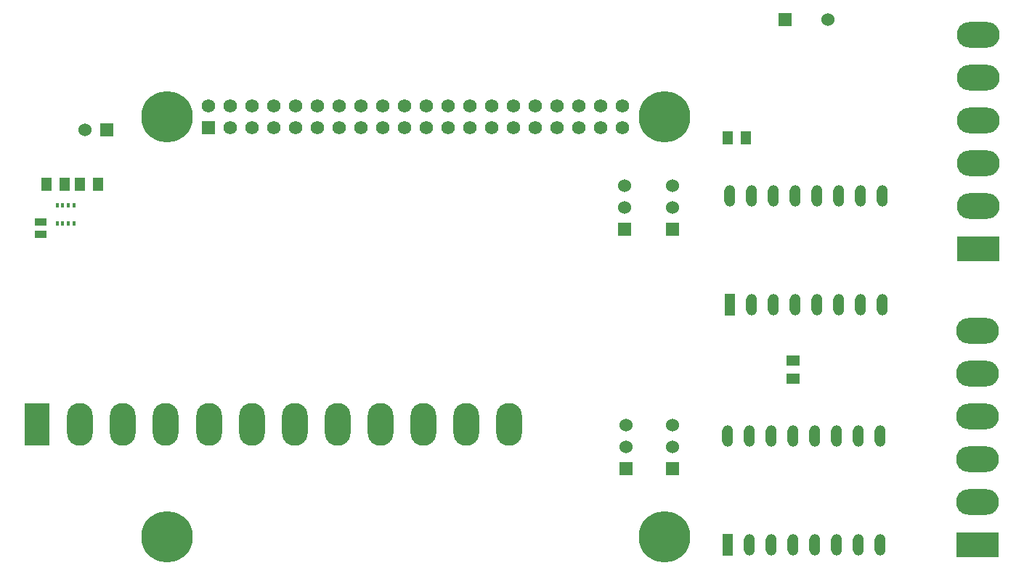
<source format=gbr>
G04*
G04 #@! TF.GenerationSoftware,Altium Limited,Altium Designer,24.0.1 (36)*
G04*
G04 Layer_Color=255*
%FSLAX25Y25*%
%MOIN*%
G70*
G04*
G04 #@! TF.SameCoordinates,EAEA65AB-E80B-4046-BB69-B77F90F57262*
G04*
G04*
G04 #@! TF.FilePolarity,Positive*
G04*
G01*
G75*
%ADD14R,0.01378X0.01968*%
%ADD15R,0.05315X0.03740*%
%ADD31R,0.05938X0.04750*%
%ADD32R,0.04750X0.05938*%
%ADD38C,0.06000*%
%ADD39R,0.06000X0.06000*%
%ADD40O,0.19685X0.11811*%
%ADD41R,0.19685X0.11811*%
%ADD42R,0.05000X0.10000*%
%ADD43O,0.05000X0.10000*%
%ADD44R,0.11811X0.19685*%
%ADD45O,0.11811X0.19685*%
%ADD46R,0.06000X0.06000*%
%ADD47C,0.06181*%
%ADD48R,0.06181X0.06181*%
%ADD49C,0.23622*%
D14*
X36909Y173721D02*
D03*
X34350D02*
D03*
Y165650D02*
D03*
X36909D02*
D03*
X39469D02*
D03*
X42028D02*
D03*
Y173721D02*
D03*
X39469D02*
D03*
D15*
X26772Y160433D02*
D03*
Y166339D02*
D03*
D31*
X372047Y94288D02*
D03*
Y102562D02*
D03*
D32*
X350394Y204724D02*
D03*
X342119D02*
D03*
X53156Y183465D02*
D03*
X44882D02*
D03*
X29327D02*
D03*
X37602D02*
D03*
D38*
X47244Y208661D02*
D03*
X294881Y172992D02*
D03*
Y182992D02*
D03*
X316928Y172992D02*
D03*
Y182992D02*
D03*
X316929Y62835D02*
D03*
Y72835D02*
D03*
X295276Y62835D02*
D03*
Y72835D02*
D03*
X388145Y259042D02*
D03*
D39*
X57244Y208661D02*
D03*
X368460Y259042D02*
D03*
D40*
X456693Y116142D02*
D03*
Y96457D02*
D03*
Y76772D02*
D03*
Y57087D02*
D03*
Y37402D02*
D03*
X457087Y173622D02*
D03*
Y193307D02*
D03*
Y212992D02*
D03*
Y232677D02*
D03*
Y252362D02*
D03*
D41*
X456693Y17717D02*
D03*
X457087Y153937D02*
D03*
D42*
X342205Y17717D02*
D03*
X343228Y128347D02*
D03*
D43*
X352205Y17717D02*
D03*
X362205D02*
D03*
X372205D02*
D03*
X382205D02*
D03*
X392205D02*
D03*
X402205D02*
D03*
X412205D02*
D03*
X342205Y67716D02*
D03*
X352205D02*
D03*
X362205D02*
D03*
X372205D02*
D03*
X382205D02*
D03*
X392205D02*
D03*
X402205D02*
D03*
X412205D02*
D03*
X413228Y178347D02*
D03*
X403228D02*
D03*
X393228D02*
D03*
X383228D02*
D03*
X373228D02*
D03*
X363228D02*
D03*
X353228D02*
D03*
X343228D02*
D03*
X413228Y128347D02*
D03*
X403228D02*
D03*
X393228D02*
D03*
X383228D02*
D03*
X373228D02*
D03*
X363228D02*
D03*
X353228D02*
D03*
D44*
X25197Y73228D02*
D03*
D45*
X44882D02*
D03*
X64567D02*
D03*
X84252D02*
D03*
X103937D02*
D03*
X123622D02*
D03*
X143307D02*
D03*
X162992D02*
D03*
X182677D02*
D03*
X202362D02*
D03*
X222047D02*
D03*
X241732D02*
D03*
D46*
X294881Y162992D02*
D03*
X316928D02*
D03*
X316929Y52835D02*
D03*
X295276D02*
D03*
D47*
X293839Y219547D02*
D03*
X283839D02*
D03*
X273839D02*
D03*
X263839D02*
D03*
X253839D02*
D03*
X243839D02*
D03*
X233839D02*
D03*
X223839D02*
D03*
X213839D02*
D03*
X203839D02*
D03*
X193839D02*
D03*
X183839D02*
D03*
X173839D02*
D03*
X163839D02*
D03*
X153839D02*
D03*
X143839D02*
D03*
X133839D02*
D03*
X123839D02*
D03*
X113839D02*
D03*
X103839D02*
D03*
X293839Y209547D02*
D03*
X283839D02*
D03*
X273839D02*
D03*
X263839D02*
D03*
X253839D02*
D03*
X243839D02*
D03*
X233839D02*
D03*
X223839D02*
D03*
X213839D02*
D03*
X203839D02*
D03*
X193839D02*
D03*
X183839D02*
D03*
X173839D02*
D03*
X163839D02*
D03*
X153839D02*
D03*
X143839D02*
D03*
X133839D02*
D03*
X123839D02*
D03*
X113839D02*
D03*
D48*
X103839D02*
D03*
D49*
X312992Y21654D02*
D03*
Y214567D02*
D03*
X84646D02*
D03*
Y21654D02*
D03*
M02*

</source>
